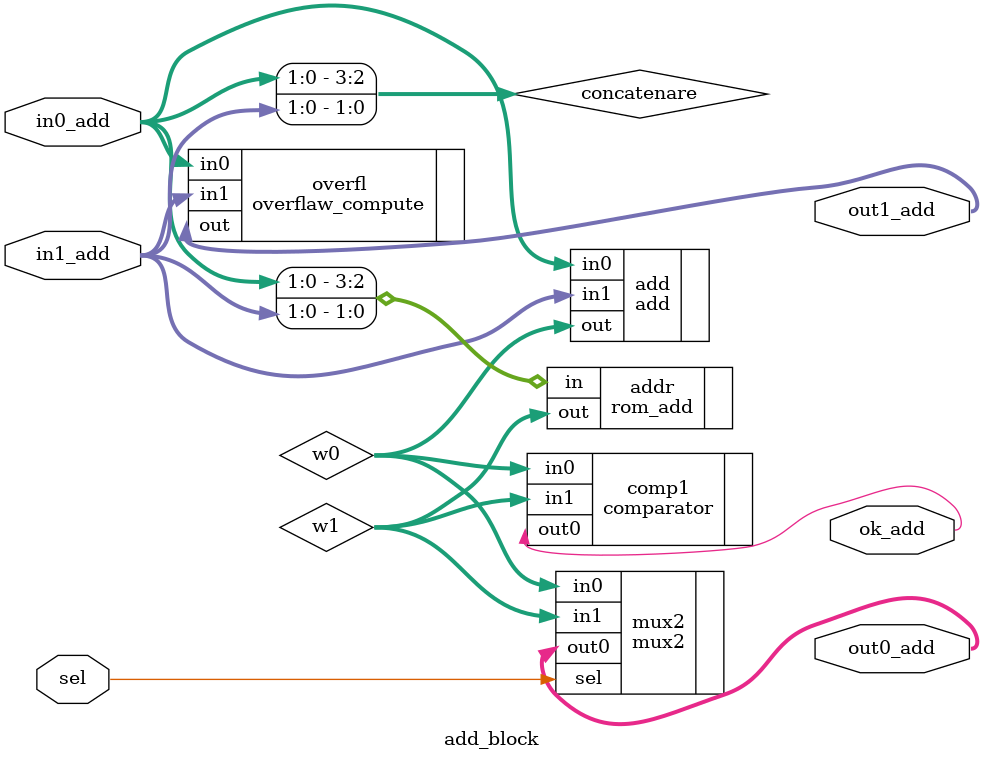
<source format=v>
module add_block
(
    input wire sel,
     input wire [1:0] in0_add,
     input wire [1:0] in1_add,
     output wire [1:0] out0_add,
     output wire [1:0] out1_add,
     output wire  ok_add

);

wire[1:0]w0;
wire[1:0]w1;
//wire[3:0]w2;
wire [3:0] concatenare;
assign concatenare ={in0_add,in1_add};
add add
(
    .in0(in0_add),
    .in1(in1_add),
    .out(w0)
);

rom_add addr
(
    .in(concatenare),
    .out(w1)
);

comparator comp1
(
    .in0(w0),
    .in1(w1),
    .out0(ok_add)
);

mux2 mux2
(
   .in0(w0),
   .in1(w1), 
   .sel(sel),
   .out0(out0_add)
);

overflaw_compute overfl
(
    .in0(in0_add),
    .in1(in1_add),
    .out(out1_add)
);












endmodule





</source>
